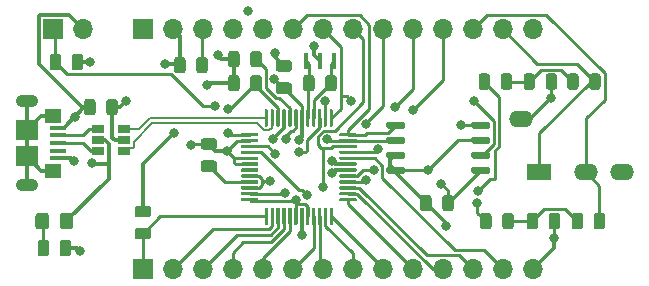
<source format=gbr>
%TF.GenerationSoftware,KiCad,Pcbnew,(5.1.6)-1*%
%TF.CreationDate,2020-10-29T00:16:48-05:00*%
%TF.ProjectId,VS1000BreakoutV2,56533130-3030-4427-9265-616b6f757456,rev?*%
%TF.SameCoordinates,Original*%
%TF.FileFunction,Copper,L1,Top*%
%TF.FilePolarity,Positive*%
%FSLAX46Y46*%
G04 Gerber Fmt 4.6, Leading zero omitted, Abs format (unit mm)*
G04 Created by KiCad (PCBNEW (5.1.6)-1) date 2020-10-29 00:16:48*
%MOMM*%
%LPD*%
G01*
G04 APERTURE LIST*
%TA.AperFunction,ComponentPad*%
%ADD10O,1.700000X1.700000*%
%TD*%
%TA.AperFunction,ComponentPad*%
%ADD11R,1.700000X1.700000*%
%TD*%
%TA.AperFunction,SMDPad,CuDef*%
%ADD12R,0.400000X1.400000*%
%TD*%
%TA.AperFunction,SMDPad,CuDef*%
%ADD13R,1.060000X0.650000*%
%TD*%
%TA.AperFunction,ComponentPad*%
%ADD14O,2.000000X1.400000*%
%TD*%
%TA.AperFunction,ComponentPad*%
%ADD15R,2.000000X1.400000*%
%TD*%
%TA.AperFunction,SMDPad,CuDef*%
%ADD16R,1.450000X1.150000*%
%TD*%
%TA.AperFunction,ComponentPad*%
%ADD17O,1.900000X1.050000*%
%TD*%
%TA.AperFunction,SMDPad,CuDef*%
%ADD18R,1.900000X1.750000*%
%TD*%
%TA.AperFunction,SMDPad,CuDef*%
%ADD19R,1.400000X0.400000*%
%TD*%
%TA.AperFunction,ViaPad*%
%ADD20C,0.800000*%
%TD*%
%TA.AperFunction,Conductor*%
%ADD21C,0.250000*%
%TD*%
%TA.AperFunction,Conductor*%
%ADD22C,0.300000*%
%TD*%
%TA.AperFunction,Conductor*%
%ADD23C,0.200000*%
%TD*%
G04 APERTURE END LIST*
D10*
%TO.P,J2,14*%
%TO.N,GND*%
X129540000Y-127000000D03*
%TO.P,J2,13*%
%TO.N,GPIO_11*%
X127000000Y-127000000D03*
%TO.P,J2,12*%
%TO.N,GPIO_10*%
X124460000Y-127000000D03*
%TO.P,J2,11*%
%TO.N,GPIO_9*%
X121920000Y-127000000D03*
%TO.P,J2,10*%
%TO.N,GPIO_8*%
X119380000Y-127000000D03*
%TO.P,J2,9*%
%TO.N,GPIO_7*%
X116840000Y-127000000D03*
%TO.P,J2,8*%
%TO.N,GPIO_6*%
X114300000Y-127000000D03*
%TO.P,J2,7*%
%TO.N,GPIO_5*%
X111760000Y-127000000D03*
%TO.P,J2,6*%
%TO.N,GPIO_4*%
X109220000Y-127000000D03*
%TO.P,J2,5*%
%TO.N,GPIO_3*%
X106680000Y-127000000D03*
%TO.P,J2,4*%
%TO.N,GPIO_2*%
X104140000Y-127000000D03*
%TO.P,J2,3*%
%TO.N,GPIO_1*%
X101600000Y-127000000D03*
%TO.P,J2,2*%
%TO.N,GPIO_0*%
X99060000Y-127000000D03*
D11*
%TO.P,J2,1*%
%TO.N,RESET*%
X96520000Y-127000000D03*
%TD*%
D10*
%TO.P,J4,14*%
%TO.N,GND*%
X129540000Y-106680000D03*
%TO.P,J4,13*%
%TO.N,L_AC*%
X127000000Y-106680000D03*
%TO.P,J4,12*%
%TO.N,R_AC*%
X124460000Y-106680000D03*
%TO.P,J4,11*%
%TO.N,GPIO_14*%
X121920000Y-106680000D03*
%TO.P,J4,10*%
%TO.N,GPIO_13*%
X119380000Y-106680000D03*
%TO.P,J4,9*%
%TO.N,GPIO_12*%
X116840000Y-106680000D03*
%TO.P,J4,8*%
%TO.N,CS*%
X114300000Y-106680000D03*
%TO.P,J4,7*%
%TO.N,MISO*%
X111760000Y-106680000D03*
%TO.P,J4,6*%
%TO.N,MOSI*%
X109220000Y-106680000D03*
%TO.P,J4,5*%
%TO.N,SCK*%
X106680000Y-106680000D03*
%TO.P,J4,4*%
%TO.N,TX*%
X104140000Y-106680000D03*
%TO.P,J4,3*%
%TO.N,RX*%
X101600000Y-106680000D03*
%TO.P,J4,2*%
%TO.N,VDD*%
X99060000Y-106680000D03*
D11*
%TO.P,J4,1*%
%TO.N,+5V*%
X96520000Y-106680000D03*
%TD*%
D12*
%TO.P,Y1,3*%
%TO.N,Net-(R2-Pad1)*%
X110306000Y-109347000D03*
%TO.P,Y1,2*%
%TO.N,GND*%
X111506000Y-109347000D03*
%TO.P,Y1,1*%
%TO.N,Net-(R2-Pad2)*%
X112706000Y-109347000D03*
%TD*%
D13*
%TO.P,U2,5*%
%TO.N,+5V*%
X92753000Y-116078000D03*
%TO.P,U2,6*%
%TO.N,USB_CONN_D+*%
X92753000Y-117028000D03*
%TO.P,U2,4*%
%TO.N,USB_CONN_D-*%
X92753000Y-115128000D03*
%TO.P,U2,3*%
%TO.N,USB_D-*%
X94953000Y-115128000D03*
%TO.P,U2,2*%
%TO.N,GND*%
X94953000Y-116078000D03*
%TO.P,U2,1*%
%TO.N,USB_D+*%
X94953000Y-117028000D03*
%TD*%
%TO.P,U1,48*%
%TO.N,GND*%
%TA.AperFunction,SMDPad,CuDef*%
G36*
G01*
X106228000Y-121264000D02*
X104903000Y-121264000D01*
G75*
G02*
X104828000Y-121189000I0J75000D01*
G01*
X104828000Y-121039000D01*
G75*
G02*
X104903000Y-120964000I75000J0D01*
G01*
X106228000Y-120964000D01*
G75*
G02*
X106303000Y-121039000I0J-75000D01*
G01*
X106303000Y-121189000D01*
G75*
G02*
X106228000Y-121264000I-75000J0D01*
G01*
G37*
%TD.AperFunction*%
%TO.P,U1,47*%
%TO.N,LEFT*%
%TA.AperFunction,SMDPad,CuDef*%
G36*
G01*
X106228000Y-120764000D02*
X104903000Y-120764000D01*
G75*
G02*
X104828000Y-120689000I0J75000D01*
G01*
X104828000Y-120539000D01*
G75*
G02*
X104903000Y-120464000I75000J0D01*
G01*
X106228000Y-120464000D01*
G75*
G02*
X106303000Y-120539000I0J-75000D01*
G01*
X106303000Y-120689000D01*
G75*
G02*
X106228000Y-120764000I-75000J0D01*
G01*
G37*
%TD.AperFunction*%
%TO.P,U1,46*%
%TO.N,VDDA*%
%TA.AperFunction,SMDPad,CuDef*%
G36*
G01*
X106228000Y-120264000D02*
X104903000Y-120264000D01*
G75*
G02*
X104828000Y-120189000I0J75000D01*
G01*
X104828000Y-120039000D01*
G75*
G02*
X104903000Y-119964000I75000J0D01*
G01*
X106228000Y-119964000D01*
G75*
G02*
X106303000Y-120039000I0J-75000D01*
G01*
X106303000Y-120189000D01*
G75*
G02*
X106228000Y-120264000I-75000J0D01*
G01*
G37*
%TD.AperFunction*%
%TO.P,U1,45*%
%TO.N,Net-(C5-Pad2)*%
%TA.AperFunction,SMDPad,CuDef*%
G36*
G01*
X106228000Y-119764000D02*
X104903000Y-119764000D01*
G75*
G02*
X104828000Y-119689000I0J75000D01*
G01*
X104828000Y-119539000D01*
G75*
G02*
X104903000Y-119464000I75000J0D01*
G01*
X106228000Y-119464000D01*
G75*
G02*
X106303000Y-119539000I0J-75000D01*
G01*
X106303000Y-119689000D01*
G75*
G02*
X106228000Y-119764000I-75000J0D01*
G01*
G37*
%TD.AperFunction*%
%TO.P,U1,44*%
%TO.N,VDDA*%
%TA.AperFunction,SMDPad,CuDef*%
G36*
G01*
X106228000Y-119264000D02*
X104903000Y-119264000D01*
G75*
G02*
X104828000Y-119189000I0J75000D01*
G01*
X104828000Y-119039000D01*
G75*
G02*
X104903000Y-118964000I75000J0D01*
G01*
X106228000Y-118964000D01*
G75*
G02*
X106303000Y-119039000I0J-75000D01*
G01*
X106303000Y-119189000D01*
G75*
G02*
X106228000Y-119264000I-75000J0D01*
G01*
G37*
%TD.AperFunction*%
%TO.P,U1,43*%
%TO.N,Net-(U1-Pad43)*%
%TA.AperFunction,SMDPad,CuDef*%
G36*
G01*
X106228000Y-118764000D02*
X104903000Y-118764000D01*
G75*
G02*
X104828000Y-118689000I0J75000D01*
G01*
X104828000Y-118539000D01*
G75*
G02*
X104903000Y-118464000I75000J0D01*
G01*
X106228000Y-118464000D01*
G75*
G02*
X106303000Y-118539000I0J-75000D01*
G01*
X106303000Y-118689000D01*
G75*
G02*
X106228000Y-118764000I-75000J0D01*
G01*
G37*
%TD.AperFunction*%
%TO.P,U1,42*%
%TO.N,GND*%
%TA.AperFunction,SMDPad,CuDef*%
G36*
G01*
X106228000Y-118264000D02*
X104903000Y-118264000D01*
G75*
G02*
X104828000Y-118189000I0J75000D01*
G01*
X104828000Y-118039000D01*
G75*
G02*
X104903000Y-117964000I75000J0D01*
G01*
X106228000Y-117964000D01*
G75*
G02*
X106303000Y-118039000I0J-75000D01*
G01*
X106303000Y-118189000D01*
G75*
G02*
X106228000Y-118264000I-75000J0D01*
G01*
G37*
%TD.AperFunction*%
%TO.P,U1,41*%
%TA.AperFunction,SMDPad,CuDef*%
G36*
G01*
X106228000Y-117764000D02*
X104903000Y-117764000D01*
G75*
G02*
X104828000Y-117689000I0J75000D01*
G01*
X104828000Y-117539000D01*
G75*
G02*
X104903000Y-117464000I75000J0D01*
G01*
X106228000Y-117464000D01*
G75*
G02*
X106303000Y-117539000I0J-75000D01*
G01*
X106303000Y-117689000D01*
G75*
G02*
X106228000Y-117764000I-75000J0D01*
G01*
G37*
%TD.AperFunction*%
%TO.P,U1,40*%
%TO.N,RIGHT*%
%TA.AperFunction,SMDPad,CuDef*%
G36*
G01*
X106228000Y-117264000D02*
X104903000Y-117264000D01*
G75*
G02*
X104828000Y-117189000I0J75000D01*
G01*
X104828000Y-117039000D01*
G75*
G02*
X104903000Y-116964000I75000J0D01*
G01*
X106228000Y-116964000D01*
G75*
G02*
X106303000Y-117039000I0J-75000D01*
G01*
X106303000Y-117189000D01*
G75*
G02*
X106228000Y-117264000I-75000J0D01*
G01*
G37*
%TD.AperFunction*%
%TO.P,U1,39*%
%TO.N,VDDA*%
%TA.AperFunction,SMDPad,CuDef*%
G36*
G01*
X106228000Y-116764000D02*
X104903000Y-116764000D01*
G75*
G02*
X104828000Y-116689000I0J75000D01*
G01*
X104828000Y-116539000D01*
G75*
G02*
X104903000Y-116464000I75000J0D01*
G01*
X106228000Y-116464000D01*
G75*
G02*
X106303000Y-116539000I0J-75000D01*
G01*
X106303000Y-116689000D01*
G75*
G02*
X106228000Y-116764000I-75000J0D01*
G01*
G37*
%TD.AperFunction*%
%TO.P,U1,38*%
%TO.N,GND*%
%TA.AperFunction,SMDPad,CuDef*%
G36*
G01*
X106228000Y-116264000D02*
X104903000Y-116264000D01*
G75*
G02*
X104828000Y-116189000I0J75000D01*
G01*
X104828000Y-116039000D01*
G75*
G02*
X104903000Y-115964000I75000J0D01*
G01*
X106228000Y-115964000D01*
G75*
G02*
X106303000Y-116039000I0J-75000D01*
G01*
X106303000Y-116189000D01*
G75*
G02*
X106228000Y-116264000I-75000J0D01*
G01*
G37*
%TD.AperFunction*%
%TO.P,U1,37*%
%TO.N,Net-(J1-Pad1)*%
%TA.AperFunction,SMDPad,CuDef*%
G36*
G01*
X106228000Y-115764000D02*
X104903000Y-115764000D01*
G75*
G02*
X104828000Y-115689000I0J75000D01*
G01*
X104828000Y-115539000D01*
G75*
G02*
X104903000Y-115464000I75000J0D01*
G01*
X106228000Y-115464000D01*
G75*
G02*
X106303000Y-115539000I0J-75000D01*
G01*
X106303000Y-115689000D01*
G75*
G02*
X106228000Y-115764000I-75000J0D01*
G01*
G37*
%TD.AperFunction*%
%TO.P,U1,36*%
%TO.N,USB_D-*%
%TA.AperFunction,SMDPad,CuDef*%
G36*
G01*
X107053000Y-114939000D02*
X106903000Y-114939000D01*
G75*
G02*
X106828000Y-114864000I0J75000D01*
G01*
X106828000Y-113539000D01*
G75*
G02*
X106903000Y-113464000I75000J0D01*
G01*
X107053000Y-113464000D01*
G75*
G02*
X107128000Y-113539000I0J-75000D01*
G01*
X107128000Y-114864000D01*
G75*
G02*
X107053000Y-114939000I-75000J0D01*
G01*
G37*
%TD.AperFunction*%
%TO.P,U1,35*%
%TO.N,USB_D+*%
%TA.AperFunction,SMDPad,CuDef*%
G36*
G01*
X107553000Y-114939000D02*
X107403000Y-114939000D01*
G75*
G02*
X107328000Y-114864000I0J75000D01*
G01*
X107328000Y-113539000D01*
G75*
G02*
X107403000Y-113464000I75000J0D01*
G01*
X107553000Y-113464000D01*
G75*
G02*
X107628000Y-113539000I0J-75000D01*
G01*
X107628000Y-114864000D01*
G75*
G02*
X107553000Y-114939000I-75000J0D01*
G01*
G37*
%TD.AperFunction*%
%TO.P,U1,34*%
%TO.N,VDDA*%
%TA.AperFunction,SMDPad,CuDef*%
G36*
G01*
X108053000Y-114939000D02*
X107903000Y-114939000D01*
G75*
G02*
X107828000Y-114864000I0J75000D01*
G01*
X107828000Y-113539000D01*
G75*
G02*
X107903000Y-113464000I75000J0D01*
G01*
X108053000Y-113464000D01*
G75*
G02*
X108128000Y-113539000I0J-75000D01*
G01*
X108128000Y-114864000D01*
G75*
G02*
X108053000Y-114939000I-75000J0D01*
G01*
G37*
%TD.AperFunction*%
%TO.P,U1,33*%
%TO.N,+5V*%
%TA.AperFunction,SMDPad,CuDef*%
G36*
G01*
X108553000Y-114939000D02*
X108403000Y-114939000D01*
G75*
G02*
X108328000Y-114864000I0J75000D01*
G01*
X108328000Y-113539000D01*
G75*
G02*
X108403000Y-113464000I75000J0D01*
G01*
X108553000Y-113464000D01*
G75*
G02*
X108628000Y-113539000I0J-75000D01*
G01*
X108628000Y-114864000D01*
G75*
G02*
X108553000Y-114939000I-75000J0D01*
G01*
G37*
%TD.AperFunction*%
%TO.P,U1,32*%
%TO.N,Net-(C4-Pad2)*%
%TA.AperFunction,SMDPad,CuDef*%
G36*
G01*
X109053000Y-114939000D02*
X108903000Y-114939000D01*
G75*
G02*
X108828000Y-114864000I0J75000D01*
G01*
X108828000Y-113539000D01*
G75*
G02*
X108903000Y-113464000I75000J0D01*
G01*
X109053000Y-113464000D01*
G75*
G02*
X109128000Y-113539000I0J-75000D01*
G01*
X109128000Y-114864000D01*
G75*
G02*
X109053000Y-114939000I-75000J0D01*
G01*
G37*
%TD.AperFunction*%
%TO.P,U1,31*%
%TO.N,GND*%
%TA.AperFunction,SMDPad,CuDef*%
G36*
G01*
X109553000Y-114939000D02*
X109403000Y-114939000D01*
G75*
G02*
X109328000Y-114864000I0J75000D01*
G01*
X109328000Y-113539000D01*
G75*
G02*
X109403000Y-113464000I75000J0D01*
G01*
X109553000Y-113464000D01*
G75*
G02*
X109628000Y-113539000I0J-75000D01*
G01*
X109628000Y-114864000D01*
G75*
G02*
X109553000Y-114939000I-75000J0D01*
G01*
G37*
%TD.AperFunction*%
%TO.P,U1,30*%
%TO.N,VDD*%
%TA.AperFunction,SMDPad,CuDef*%
G36*
G01*
X110053000Y-114939000D02*
X109903000Y-114939000D01*
G75*
G02*
X109828000Y-114864000I0J75000D01*
G01*
X109828000Y-113539000D01*
G75*
G02*
X109903000Y-113464000I75000J0D01*
G01*
X110053000Y-113464000D01*
G75*
G02*
X110128000Y-113539000I0J-75000D01*
G01*
X110128000Y-114864000D01*
G75*
G02*
X110053000Y-114939000I-75000J0D01*
G01*
G37*
%TD.AperFunction*%
%TO.P,U1,29*%
%TO.N,Net-(R2-Pad1)*%
%TA.AperFunction,SMDPad,CuDef*%
G36*
G01*
X110553000Y-114939000D02*
X110403000Y-114939000D01*
G75*
G02*
X110328000Y-114864000I0J75000D01*
G01*
X110328000Y-113539000D01*
G75*
G02*
X110403000Y-113464000I75000J0D01*
G01*
X110553000Y-113464000D01*
G75*
G02*
X110628000Y-113539000I0J-75000D01*
G01*
X110628000Y-114864000D01*
G75*
G02*
X110553000Y-114939000I-75000J0D01*
G01*
G37*
%TD.AperFunction*%
%TO.P,U1,28*%
%TO.N,Net-(R2-Pad2)*%
%TA.AperFunction,SMDPad,CuDef*%
G36*
G01*
X111053000Y-114939000D02*
X110903000Y-114939000D01*
G75*
G02*
X110828000Y-114864000I0J75000D01*
G01*
X110828000Y-113539000D01*
G75*
G02*
X110903000Y-113464000I75000J0D01*
G01*
X111053000Y-113464000D01*
G75*
G02*
X111128000Y-113539000I0J-75000D01*
G01*
X111128000Y-114864000D01*
G75*
G02*
X111053000Y-114939000I-75000J0D01*
G01*
G37*
%TD.AperFunction*%
%TO.P,U1,27*%
%TO.N,RX*%
%TA.AperFunction,SMDPad,CuDef*%
G36*
G01*
X111553000Y-114939000D02*
X111403000Y-114939000D01*
G75*
G02*
X111328000Y-114864000I0J75000D01*
G01*
X111328000Y-113539000D01*
G75*
G02*
X111403000Y-113464000I75000J0D01*
G01*
X111553000Y-113464000D01*
G75*
G02*
X111628000Y-113539000I0J-75000D01*
G01*
X111628000Y-114864000D01*
G75*
G02*
X111553000Y-114939000I-75000J0D01*
G01*
G37*
%TD.AperFunction*%
%TO.P,U1,26*%
%TO.N,TX*%
%TA.AperFunction,SMDPad,CuDef*%
G36*
G01*
X112053000Y-114939000D02*
X111903000Y-114939000D01*
G75*
G02*
X111828000Y-114864000I0J75000D01*
G01*
X111828000Y-113539000D01*
G75*
G02*
X111903000Y-113464000I75000J0D01*
G01*
X112053000Y-113464000D01*
G75*
G02*
X112128000Y-113539000I0J-75000D01*
G01*
X112128000Y-114864000D01*
G75*
G02*
X112053000Y-114939000I-75000J0D01*
G01*
G37*
%TD.AperFunction*%
%TO.P,U1,25*%
%TO.N,MISO*%
%TA.AperFunction,SMDPad,CuDef*%
G36*
G01*
X112553000Y-114939000D02*
X112403000Y-114939000D01*
G75*
G02*
X112328000Y-114864000I0J75000D01*
G01*
X112328000Y-113539000D01*
G75*
G02*
X112403000Y-113464000I75000J0D01*
G01*
X112553000Y-113464000D01*
G75*
G02*
X112628000Y-113539000I0J-75000D01*
G01*
X112628000Y-114864000D01*
G75*
G02*
X112553000Y-114939000I-75000J0D01*
G01*
G37*
%TD.AperFunction*%
%TO.P,U1,24*%
%TO.N,MOSI*%
%TA.AperFunction,SMDPad,CuDef*%
G36*
G01*
X114553000Y-115764000D02*
X113228000Y-115764000D01*
G75*
G02*
X113153000Y-115689000I0J75000D01*
G01*
X113153000Y-115539000D01*
G75*
G02*
X113228000Y-115464000I75000J0D01*
G01*
X114553000Y-115464000D01*
G75*
G02*
X114628000Y-115539000I0J-75000D01*
G01*
X114628000Y-115689000D01*
G75*
G02*
X114553000Y-115764000I-75000J0D01*
G01*
G37*
%TD.AperFunction*%
%TO.P,U1,23*%
%TO.N,SCK*%
%TA.AperFunction,SMDPad,CuDef*%
G36*
G01*
X114553000Y-116264000D02*
X113228000Y-116264000D01*
G75*
G02*
X113153000Y-116189000I0J75000D01*
G01*
X113153000Y-116039000D01*
G75*
G02*
X113228000Y-115964000I75000J0D01*
G01*
X114553000Y-115964000D01*
G75*
G02*
X114628000Y-116039000I0J-75000D01*
G01*
X114628000Y-116189000D01*
G75*
G02*
X114553000Y-116264000I-75000J0D01*
G01*
G37*
%TD.AperFunction*%
%TO.P,U1,22*%
%TO.N,CS*%
%TA.AperFunction,SMDPad,CuDef*%
G36*
G01*
X114553000Y-116764000D02*
X113228000Y-116764000D01*
G75*
G02*
X113153000Y-116689000I0J75000D01*
G01*
X113153000Y-116539000D01*
G75*
G02*
X113228000Y-116464000I75000J0D01*
G01*
X114553000Y-116464000D01*
G75*
G02*
X114628000Y-116539000I0J-75000D01*
G01*
X114628000Y-116689000D01*
G75*
G02*
X114553000Y-116764000I-75000J0D01*
G01*
G37*
%TD.AperFunction*%
%TO.P,U1,21*%
%TO.N,GPIO_14*%
%TA.AperFunction,SMDPad,CuDef*%
G36*
G01*
X114553000Y-117264000D02*
X113228000Y-117264000D01*
G75*
G02*
X113153000Y-117189000I0J75000D01*
G01*
X113153000Y-117039000D01*
G75*
G02*
X113228000Y-116964000I75000J0D01*
G01*
X114553000Y-116964000D01*
G75*
G02*
X114628000Y-117039000I0J-75000D01*
G01*
X114628000Y-117189000D01*
G75*
G02*
X114553000Y-117264000I-75000J0D01*
G01*
G37*
%TD.AperFunction*%
%TO.P,U1,20*%
%TO.N,GPIO_11*%
%TA.AperFunction,SMDPad,CuDef*%
G36*
G01*
X114553000Y-117764000D02*
X113228000Y-117764000D01*
G75*
G02*
X113153000Y-117689000I0J75000D01*
G01*
X113153000Y-117539000D01*
G75*
G02*
X113228000Y-117464000I75000J0D01*
G01*
X114553000Y-117464000D01*
G75*
G02*
X114628000Y-117539000I0J-75000D01*
G01*
X114628000Y-117689000D01*
G75*
G02*
X114553000Y-117764000I-75000J0D01*
G01*
G37*
%TD.AperFunction*%
%TO.P,U1,19*%
%TO.N,VDD*%
%TA.AperFunction,SMDPad,CuDef*%
G36*
G01*
X114553000Y-118264000D02*
X113228000Y-118264000D01*
G75*
G02*
X113153000Y-118189000I0J75000D01*
G01*
X113153000Y-118039000D01*
G75*
G02*
X113228000Y-117964000I75000J0D01*
G01*
X114553000Y-117964000D01*
G75*
G02*
X114628000Y-118039000I0J-75000D01*
G01*
X114628000Y-118189000D01*
G75*
G02*
X114553000Y-118264000I-75000J0D01*
G01*
G37*
%TD.AperFunction*%
%TO.P,U1,18*%
%TO.N,GND*%
%TA.AperFunction,SMDPad,CuDef*%
G36*
G01*
X114553000Y-118764000D02*
X113228000Y-118764000D01*
G75*
G02*
X113153000Y-118689000I0J75000D01*
G01*
X113153000Y-118539000D01*
G75*
G02*
X113228000Y-118464000I75000J0D01*
G01*
X114553000Y-118464000D01*
G75*
G02*
X114628000Y-118539000I0J-75000D01*
G01*
X114628000Y-118689000D01*
G75*
G02*
X114553000Y-118764000I-75000J0D01*
G01*
G37*
%TD.AperFunction*%
%TO.P,U1,17*%
%TO.N,GPIO_13*%
%TA.AperFunction,SMDPad,CuDef*%
G36*
G01*
X114553000Y-119264000D02*
X113228000Y-119264000D01*
G75*
G02*
X113153000Y-119189000I0J75000D01*
G01*
X113153000Y-119039000D01*
G75*
G02*
X113228000Y-118964000I75000J0D01*
G01*
X114553000Y-118964000D01*
G75*
G02*
X114628000Y-119039000I0J-75000D01*
G01*
X114628000Y-119189000D01*
G75*
G02*
X114553000Y-119264000I-75000J0D01*
G01*
G37*
%TD.AperFunction*%
%TO.P,U1,16*%
%TO.N,GPIO_12*%
%TA.AperFunction,SMDPad,CuDef*%
G36*
G01*
X114553000Y-119764000D02*
X113228000Y-119764000D01*
G75*
G02*
X113153000Y-119689000I0J75000D01*
G01*
X113153000Y-119539000D01*
G75*
G02*
X113228000Y-119464000I75000J0D01*
G01*
X114553000Y-119464000D01*
G75*
G02*
X114628000Y-119539000I0J-75000D01*
G01*
X114628000Y-119689000D01*
G75*
G02*
X114553000Y-119764000I-75000J0D01*
G01*
G37*
%TD.AperFunction*%
%TO.P,U1,15*%
%TO.N,GPIO_10*%
%TA.AperFunction,SMDPad,CuDef*%
G36*
G01*
X114553000Y-120264000D02*
X113228000Y-120264000D01*
G75*
G02*
X113153000Y-120189000I0J75000D01*
G01*
X113153000Y-120039000D01*
G75*
G02*
X113228000Y-119964000I75000J0D01*
G01*
X114553000Y-119964000D01*
G75*
G02*
X114628000Y-120039000I0J-75000D01*
G01*
X114628000Y-120189000D01*
G75*
G02*
X114553000Y-120264000I-75000J0D01*
G01*
G37*
%TD.AperFunction*%
%TO.P,U1,14*%
%TO.N,GPIO_9*%
%TA.AperFunction,SMDPad,CuDef*%
G36*
G01*
X114553000Y-120764000D02*
X113228000Y-120764000D01*
G75*
G02*
X113153000Y-120689000I0J75000D01*
G01*
X113153000Y-120539000D01*
G75*
G02*
X113228000Y-120464000I75000J0D01*
G01*
X114553000Y-120464000D01*
G75*
G02*
X114628000Y-120539000I0J-75000D01*
G01*
X114628000Y-120689000D01*
G75*
G02*
X114553000Y-120764000I-75000J0D01*
G01*
G37*
%TD.AperFunction*%
%TO.P,U1,13*%
%TO.N,GPIO_8*%
%TA.AperFunction,SMDPad,CuDef*%
G36*
G01*
X114553000Y-121264000D02*
X113228000Y-121264000D01*
G75*
G02*
X113153000Y-121189000I0J75000D01*
G01*
X113153000Y-121039000D01*
G75*
G02*
X113228000Y-120964000I75000J0D01*
G01*
X114553000Y-120964000D01*
G75*
G02*
X114628000Y-121039000I0J-75000D01*
G01*
X114628000Y-121189000D01*
G75*
G02*
X114553000Y-121264000I-75000J0D01*
G01*
G37*
%TD.AperFunction*%
%TO.P,U1,12*%
%TO.N,GPIO_7*%
%TA.AperFunction,SMDPad,CuDef*%
G36*
G01*
X112553000Y-123264000D02*
X112403000Y-123264000D01*
G75*
G02*
X112328000Y-123189000I0J75000D01*
G01*
X112328000Y-121864000D01*
G75*
G02*
X112403000Y-121789000I75000J0D01*
G01*
X112553000Y-121789000D01*
G75*
G02*
X112628000Y-121864000I0J-75000D01*
G01*
X112628000Y-123189000D01*
G75*
G02*
X112553000Y-123264000I-75000J0D01*
G01*
G37*
%TD.AperFunction*%
%TO.P,U1,11*%
%TO.N,GPIO_6*%
%TA.AperFunction,SMDPad,CuDef*%
G36*
G01*
X112053000Y-123264000D02*
X111903000Y-123264000D01*
G75*
G02*
X111828000Y-123189000I0J75000D01*
G01*
X111828000Y-121864000D01*
G75*
G02*
X111903000Y-121789000I75000J0D01*
G01*
X112053000Y-121789000D01*
G75*
G02*
X112128000Y-121864000I0J-75000D01*
G01*
X112128000Y-123189000D01*
G75*
G02*
X112053000Y-123264000I-75000J0D01*
G01*
G37*
%TD.AperFunction*%
%TO.P,U1,10*%
%TO.N,GPIO_5*%
%TA.AperFunction,SMDPad,CuDef*%
G36*
G01*
X111553000Y-123264000D02*
X111403000Y-123264000D01*
G75*
G02*
X111328000Y-123189000I0J75000D01*
G01*
X111328000Y-121864000D01*
G75*
G02*
X111403000Y-121789000I75000J0D01*
G01*
X111553000Y-121789000D01*
G75*
G02*
X111628000Y-121864000I0J-75000D01*
G01*
X111628000Y-123189000D01*
G75*
G02*
X111553000Y-123264000I-75000J0D01*
G01*
G37*
%TD.AperFunction*%
%TO.P,U1,9*%
%TO.N,GPIO_4*%
%TA.AperFunction,SMDPad,CuDef*%
G36*
G01*
X111053000Y-123264000D02*
X110903000Y-123264000D01*
G75*
G02*
X110828000Y-123189000I0J75000D01*
G01*
X110828000Y-121864000D01*
G75*
G02*
X110903000Y-121789000I75000J0D01*
G01*
X111053000Y-121789000D01*
G75*
G02*
X111128000Y-121864000I0J-75000D01*
G01*
X111128000Y-123189000D01*
G75*
G02*
X111053000Y-123264000I-75000J0D01*
G01*
G37*
%TD.AperFunction*%
%TO.P,U1,8*%
%TO.N,GND*%
%TA.AperFunction,SMDPad,CuDef*%
G36*
G01*
X110553000Y-123264000D02*
X110403000Y-123264000D01*
G75*
G02*
X110328000Y-123189000I0J75000D01*
G01*
X110328000Y-121864000D01*
G75*
G02*
X110403000Y-121789000I75000J0D01*
G01*
X110553000Y-121789000D01*
G75*
G02*
X110628000Y-121864000I0J-75000D01*
G01*
X110628000Y-123189000D01*
G75*
G02*
X110553000Y-123264000I-75000J0D01*
G01*
G37*
%TD.AperFunction*%
%TO.P,U1,7*%
%TO.N,VDD*%
%TA.AperFunction,SMDPad,CuDef*%
G36*
G01*
X110053000Y-123264000D02*
X109903000Y-123264000D01*
G75*
G02*
X109828000Y-123189000I0J75000D01*
G01*
X109828000Y-121864000D01*
G75*
G02*
X109903000Y-121789000I75000J0D01*
G01*
X110053000Y-121789000D01*
G75*
G02*
X110128000Y-121864000I0J-75000D01*
G01*
X110128000Y-123189000D01*
G75*
G02*
X110053000Y-123264000I-75000J0D01*
G01*
G37*
%TD.AperFunction*%
%TO.P,U1,6*%
%TO.N,GND*%
%TA.AperFunction,SMDPad,CuDef*%
G36*
G01*
X109553000Y-123264000D02*
X109403000Y-123264000D01*
G75*
G02*
X109328000Y-123189000I0J75000D01*
G01*
X109328000Y-121864000D01*
G75*
G02*
X109403000Y-121789000I75000J0D01*
G01*
X109553000Y-121789000D01*
G75*
G02*
X109628000Y-121864000I0J-75000D01*
G01*
X109628000Y-123189000D01*
G75*
G02*
X109553000Y-123264000I-75000J0D01*
G01*
G37*
%TD.AperFunction*%
%TO.P,U1,5*%
%TO.N,GPIO_3*%
%TA.AperFunction,SMDPad,CuDef*%
G36*
G01*
X109053000Y-123264000D02*
X108903000Y-123264000D01*
G75*
G02*
X108828000Y-123189000I0J75000D01*
G01*
X108828000Y-121864000D01*
G75*
G02*
X108903000Y-121789000I75000J0D01*
G01*
X109053000Y-121789000D01*
G75*
G02*
X109128000Y-121864000I0J-75000D01*
G01*
X109128000Y-123189000D01*
G75*
G02*
X109053000Y-123264000I-75000J0D01*
G01*
G37*
%TD.AperFunction*%
%TO.P,U1,4*%
%TO.N,GPIO_2*%
%TA.AperFunction,SMDPad,CuDef*%
G36*
G01*
X108553000Y-123264000D02*
X108403000Y-123264000D01*
G75*
G02*
X108328000Y-123189000I0J75000D01*
G01*
X108328000Y-121864000D01*
G75*
G02*
X108403000Y-121789000I75000J0D01*
G01*
X108553000Y-121789000D01*
G75*
G02*
X108628000Y-121864000I0J-75000D01*
G01*
X108628000Y-123189000D01*
G75*
G02*
X108553000Y-123264000I-75000J0D01*
G01*
G37*
%TD.AperFunction*%
%TO.P,U1,3*%
%TO.N,GPIO_1*%
%TA.AperFunction,SMDPad,CuDef*%
G36*
G01*
X108053000Y-123264000D02*
X107903000Y-123264000D01*
G75*
G02*
X107828000Y-123189000I0J75000D01*
G01*
X107828000Y-121864000D01*
G75*
G02*
X107903000Y-121789000I75000J0D01*
G01*
X108053000Y-121789000D01*
G75*
G02*
X108128000Y-121864000I0J-75000D01*
G01*
X108128000Y-123189000D01*
G75*
G02*
X108053000Y-123264000I-75000J0D01*
G01*
G37*
%TD.AperFunction*%
%TO.P,U1,2*%
%TO.N,GPIO_0*%
%TA.AperFunction,SMDPad,CuDef*%
G36*
G01*
X107553000Y-123264000D02*
X107403000Y-123264000D01*
G75*
G02*
X107328000Y-123189000I0J75000D01*
G01*
X107328000Y-121864000D01*
G75*
G02*
X107403000Y-121789000I75000J0D01*
G01*
X107553000Y-121789000D01*
G75*
G02*
X107628000Y-121864000I0J-75000D01*
G01*
X107628000Y-123189000D01*
G75*
G02*
X107553000Y-123264000I-75000J0D01*
G01*
G37*
%TD.AperFunction*%
%TO.P,U1,1*%
%TO.N,RESET*%
%TA.AperFunction,SMDPad,CuDef*%
G36*
G01*
X107053000Y-123264000D02*
X106903000Y-123264000D01*
G75*
G02*
X106828000Y-123189000I0J75000D01*
G01*
X106828000Y-121864000D01*
G75*
G02*
X106903000Y-121789000I75000J0D01*
G01*
X107053000Y-121789000D01*
G75*
G02*
X107128000Y-121864000I0J-75000D01*
G01*
X107128000Y-123189000D01*
G75*
G02*
X107053000Y-123264000I-75000J0D01*
G01*
G37*
%TD.AperFunction*%
%TD*%
%TO.P,R7,2*%
%TO.N,CS*%
%TA.AperFunction,SMDPad,CuDef*%
G36*
G01*
X121862000Y-121868250D02*
X121862000Y-120955750D01*
G75*
G02*
X122105750Y-120712000I243750J0D01*
G01*
X122593250Y-120712000D01*
G75*
G02*
X122837000Y-120955750I0J-243750D01*
G01*
X122837000Y-121868250D01*
G75*
G02*
X122593250Y-122112000I-243750J0D01*
G01*
X122105750Y-122112000D01*
G75*
G02*
X121862000Y-121868250I0J243750D01*
G01*
G37*
%TD.AperFunction*%
%TO.P,R7,1*%
%TO.N,VDD*%
%TA.AperFunction,SMDPad,CuDef*%
G36*
G01*
X119987000Y-121868250D02*
X119987000Y-120955750D01*
G75*
G02*
X120230750Y-120712000I243750J0D01*
G01*
X120718250Y-120712000D01*
G75*
G02*
X120962000Y-120955750I0J-243750D01*
G01*
X120962000Y-121868250D01*
G75*
G02*
X120718250Y-122112000I-243750J0D01*
G01*
X120230750Y-122112000D01*
G75*
G02*
X119987000Y-121868250I0J243750D01*
G01*
G37*
%TD.AperFunction*%
%TD*%
%TO.P,R6,2*%
%TO.N,RIGHT*%
%TA.AperFunction,SMDPad,CuDef*%
G36*
G01*
X126042000Y-122479750D02*
X126042000Y-123392250D01*
G75*
G02*
X125798250Y-123636000I-243750J0D01*
G01*
X125310750Y-123636000D01*
G75*
G02*
X125067000Y-123392250I0J243750D01*
G01*
X125067000Y-122479750D01*
G75*
G02*
X125310750Y-122236000I243750J0D01*
G01*
X125798250Y-122236000D01*
G75*
G02*
X126042000Y-122479750I0J-243750D01*
G01*
G37*
%TD.AperFunction*%
%TO.P,R6,1*%
%TO.N,Net-(C7-Pad1)*%
%TA.AperFunction,SMDPad,CuDef*%
G36*
G01*
X127917000Y-122479750D02*
X127917000Y-123392250D01*
G75*
G02*
X127673250Y-123636000I-243750J0D01*
G01*
X127185750Y-123636000D01*
G75*
G02*
X126942000Y-123392250I0J243750D01*
G01*
X126942000Y-122479750D01*
G75*
G02*
X127185750Y-122236000I243750J0D01*
G01*
X127673250Y-122236000D01*
G75*
G02*
X127917000Y-122479750I0J-243750D01*
G01*
G37*
%TD.AperFunction*%
%TD*%
%TO.P,R5,2*%
%TO.N,LEFT*%
%TA.AperFunction,SMDPad,CuDef*%
G36*
G01*
X125915000Y-110668750D02*
X125915000Y-111581250D01*
G75*
G02*
X125671250Y-111825000I-243750J0D01*
G01*
X125183750Y-111825000D01*
G75*
G02*
X124940000Y-111581250I0J243750D01*
G01*
X124940000Y-110668750D01*
G75*
G02*
X125183750Y-110425000I243750J0D01*
G01*
X125671250Y-110425000D01*
G75*
G02*
X125915000Y-110668750I0J-243750D01*
G01*
G37*
%TD.AperFunction*%
%TO.P,R5,1*%
%TO.N,Net-(C6-Pad1)*%
%TA.AperFunction,SMDPad,CuDef*%
G36*
G01*
X127790000Y-110668750D02*
X127790000Y-111581250D01*
G75*
G02*
X127546250Y-111825000I-243750J0D01*
G01*
X127058750Y-111825000D01*
G75*
G02*
X126815000Y-111581250I0J243750D01*
G01*
X126815000Y-110668750D01*
G75*
G02*
X127058750Y-110425000I243750J0D01*
G01*
X127546250Y-110425000D01*
G75*
G02*
X127790000Y-110668750I0J-243750D01*
G01*
G37*
%TD.AperFunction*%
%TD*%
%TO.P,R4,2*%
%TO.N,VDD*%
%TA.AperFunction,SMDPad,CuDef*%
G36*
G01*
X100134000Y-109271750D02*
X100134000Y-110184250D01*
G75*
G02*
X99890250Y-110428000I-243750J0D01*
G01*
X99402750Y-110428000D01*
G75*
G02*
X99159000Y-110184250I0J243750D01*
G01*
X99159000Y-109271750D01*
G75*
G02*
X99402750Y-109028000I243750J0D01*
G01*
X99890250Y-109028000D01*
G75*
G02*
X100134000Y-109271750I0J-243750D01*
G01*
G37*
%TD.AperFunction*%
%TO.P,R4,1*%
%TO.N,RX*%
%TA.AperFunction,SMDPad,CuDef*%
G36*
G01*
X102009000Y-109271750D02*
X102009000Y-110184250D01*
G75*
G02*
X101765250Y-110428000I-243750J0D01*
G01*
X101277750Y-110428000D01*
G75*
G02*
X101034000Y-110184250I0J243750D01*
G01*
X101034000Y-109271750D01*
G75*
G02*
X101277750Y-109028000I243750J0D01*
G01*
X101765250Y-109028000D01*
G75*
G02*
X102009000Y-109271750I0J-243750D01*
G01*
G37*
%TD.AperFunction*%
%TD*%
%TO.P,R3,2*%
%TO.N,GND*%
%TA.AperFunction,SMDPad,CuDef*%
G36*
G01*
X90493000Y-109930250D02*
X90493000Y-109017750D01*
G75*
G02*
X90736750Y-108774000I243750J0D01*
G01*
X91224250Y-108774000D01*
G75*
G02*
X91468000Y-109017750I0J-243750D01*
G01*
X91468000Y-109930250D01*
G75*
G02*
X91224250Y-110174000I-243750J0D01*
G01*
X90736750Y-110174000D01*
G75*
G02*
X90493000Y-109930250I0J243750D01*
G01*
G37*
%TD.AperFunction*%
%TO.P,R3,1*%
%TO.N,Net-(J1-Pad1)*%
%TA.AperFunction,SMDPad,CuDef*%
G36*
G01*
X88618000Y-109930250D02*
X88618000Y-109017750D01*
G75*
G02*
X88861750Y-108774000I243750J0D01*
G01*
X89349250Y-108774000D01*
G75*
G02*
X89593000Y-109017750I0J-243750D01*
G01*
X89593000Y-109930250D01*
G75*
G02*
X89349250Y-110174000I-243750J0D01*
G01*
X88861750Y-110174000D01*
G75*
G02*
X88618000Y-109930250I0J243750D01*
G01*
G37*
%TD.AperFunction*%
%TD*%
%TO.P,R2,2*%
%TO.N,Net-(R2-Pad2)*%
%TA.AperFunction,SMDPad,CuDef*%
G36*
G01*
X111956000Y-111708250D02*
X111956000Y-110795750D01*
G75*
G02*
X112199750Y-110552000I243750J0D01*
G01*
X112687250Y-110552000D01*
G75*
G02*
X112931000Y-110795750I0J-243750D01*
G01*
X112931000Y-111708250D01*
G75*
G02*
X112687250Y-111952000I-243750J0D01*
G01*
X112199750Y-111952000D01*
G75*
G02*
X111956000Y-111708250I0J243750D01*
G01*
G37*
%TD.AperFunction*%
%TO.P,R2,1*%
%TO.N,Net-(R2-Pad1)*%
%TA.AperFunction,SMDPad,CuDef*%
G36*
G01*
X110081000Y-111708250D02*
X110081000Y-110795750D01*
G75*
G02*
X110324750Y-110552000I243750J0D01*
G01*
X110812250Y-110552000D01*
G75*
G02*
X111056000Y-110795750I0J-243750D01*
G01*
X111056000Y-111708250D01*
G75*
G02*
X110812250Y-111952000I-243750J0D01*
G01*
X110324750Y-111952000D01*
G75*
G02*
X110081000Y-111708250I0J243750D01*
G01*
G37*
%TD.AperFunction*%
%TD*%
%TO.P,R1,2*%
%TO.N,VDD*%
%TA.AperFunction,SMDPad,CuDef*%
G36*
G01*
X96976250Y-122613000D02*
X96063750Y-122613000D01*
G75*
G02*
X95820000Y-122369250I0J243750D01*
G01*
X95820000Y-121881750D01*
G75*
G02*
X96063750Y-121638000I243750J0D01*
G01*
X96976250Y-121638000D01*
G75*
G02*
X97220000Y-121881750I0J-243750D01*
G01*
X97220000Y-122369250D01*
G75*
G02*
X96976250Y-122613000I-243750J0D01*
G01*
G37*
%TD.AperFunction*%
%TO.P,R1,1*%
%TO.N,RESET*%
%TA.AperFunction,SMDPad,CuDef*%
G36*
G01*
X96976250Y-124488000D02*
X96063750Y-124488000D01*
G75*
G02*
X95820000Y-124244250I0J243750D01*
G01*
X95820000Y-123756750D01*
G75*
G02*
X96063750Y-123513000I243750J0D01*
G01*
X96976250Y-123513000D01*
G75*
G02*
X97220000Y-123756750I0J-243750D01*
G01*
X97220000Y-124244250D01*
G75*
G02*
X96976250Y-124488000I-243750J0D01*
G01*
G37*
%TD.AperFunction*%
%TD*%
D14*
%TO.P,J5,S*%
%TO.N,GND*%
X128548000Y-114300000D03*
D15*
%TO.P,J5,T*%
%TO.N,L_AC*%
X130048000Y-118800000D03*
D14*
%TO.P,J5,R1*%
%TO.N,R_AC*%
X134048000Y-118800000D03*
%TO.P,J5,R2*%
%TO.N,Net-(J5-PadR2)*%
X137048000Y-118800000D03*
%TD*%
D16*
%TO.P,J3,6*%
%TO.N,Net-(J3-Pad6)*%
X88914000Y-114012000D03*
X88914000Y-118652000D03*
D17*
X86684000Y-119907000D03*
X86684000Y-112757000D03*
D18*
X86684000Y-115207000D03*
D19*
%TO.P,J3,3*%
%TO.N,USB_CONN_D+*%
X89334000Y-116332000D03*
%TO.P,J3,4*%
%TO.N,Net-(J3-Pad4)*%
X89334000Y-116982000D03*
%TO.P,J3,5*%
%TO.N,GND*%
X89334000Y-117632000D03*
%TO.P,J3,1*%
%TO.N,+5V*%
X89334000Y-115032000D03*
%TO.P,J3,2*%
%TO.N,USB_CONN_D-*%
X89334000Y-115682000D03*
D18*
%TO.P,J3,6*%
%TO.N,Net-(J3-Pad6)*%
X86684000Y-117457000D03*
%TD*%
D10*
%TO.P,J1,2*%
%TO.N,+5V*%
X91440000Y-106680000D03*
D11*
%TO.P,J1,1*%
%TO.N,Net-(J1-Pad1)*%
X88900000Y-106680000D03*
%TD*%
%TO.P,D1,2*%
%TO.N,+5V*%
%TA.AperFunction,SMDPad,CuDef*%
G36*
G01*
X89477000Y-123386001D02*
X89477000Y-122485999D01*
G75*
G02*
X89726999Y-122236000I249999J0D01*
G01*
X90377001Y-122236000D01*
G75*
G02*
X90627000Y-122485999I0J-249999D01*
G01*
X90627000Y-123386001D01*
G75*
G02*
X90377001Y-123636000I-249999J0D01*
G01*
X89726999Y-123636000D01*
G75*
G02*
X89477000Y-123386001I0J249999D01*
G01*
G37*
%TD.AperFunction*%
%TO.P,D1,1*%
%TO.N,Net-(D1-Pad1)*%
%TA.AperFunction,SMDPad,CuDef*%
G36*
G01*
X87427000Y-123386001D02*
X87427000Y-122485999D01*
G75*
G02*
X87676999Y-122236000I249999J0D01*
G01*
X88327001Y-122236000D01*
G75*
G02*
X88577000Y-122485999I0J-249999D01*
G01*
X88577000Y-123386001D01*
G75*
G02*
X88327001Y-123636000I-249999J0D01*
G01*
X87676999Y-123636000D01*
G75*
G02*
X87427000Y-123386001I0J249999D01*
G01*
G37*
%TD.AperFunction*%
%TD*%
%TO.P,C9,2*%
%TO.N,Net-(C7-Pad1)*%
%TA.AperFunction,SMDPad,CuDef*%
G36*
G01*
X133789000Y-122479750D02*
X133789000Y-123392250D01*
G75*
G02*
X133545250Y-123636000I-243750J0D01*
G01*
X133057750Y-123636000D01*
G75*
G02*
X132814000Y-123392250I0J243750D01*
G01*
X132814000Y-122479750D01*
G75*
G02*
X133057750Y-122236000I243750J0D01*
G01*
X133545250Y-122236000D01*
G75*
G02*
X133789000Y-122479750I0J-243750D01*
G01*
G37*
%TD.AperFunction*%
%TO.P,C9,1*%
%TO.N,R_AC*%
%TA.AperFunction,SMDPad,CuDef*%
G36*
G01*
X135664000Y-122479750D02*
X135664000Y-123392250D01*
G75*
G02*
X135420250Y-123636000I-243750J0D01*
G01*
X134932750Y-123636000D01*
G75*
G02*
X134689000Y-123392250I0J243750D01*
G01*
X134689000Y-122479750D01*
G75*
G02*
X134932750Y-122236000I243750J0D01*
G01*
X135420250Y-122236000D01*
G75*
G02*
X135664000Y-122479750I0J-243750D01*
G01*
G37*
%TD.AperFunction*%
%TD*%
%TO.P,C8,2*%
%TO.N,Net-(C6-Pad1)*%
%TA.AperFunction,SMDPad,CuDef*%
G36*
G01*
X133408000Y-110668750D02*
X133408000Y-111581250D01*
G75*
G02*
X133164250Y-111825000I-243750J0D01*
G01*
X132676750Y-111825000D01*
G75*
G02*
X132433000Y-111581250I0J243750D01*
G01*
X132433000Y-110668750D01*
G75*
G02*
X132676750Y-110425000I243750J0D01*
G01*
X133164250Y-110425000D01*
G75*
G02*
X133408000Y-110668750I0J-243750D01*
G01*
G37*
%TD.AperFunction*%
%TO.P,C8,1*%
%TO.N,L_AC*%
%TA.AperFunction,SMDPad,CuDef*%
G36*
G01*
X135283000Y-110668750D02*
X135283000Y-111581250D01*
G75*
G02*
X135039250Y-111825000I-243750J0D01*
G01*
X134551750Y-111825000D01*
G75*
G02*
X134308000Y-111581250I0J243750D01*
G01*
X134308000Y-110668750D01*
G75*
G02*
X134551750Y-110425000I243750J0D01*
G01*
X135039250Y-110425000D01*
G75*
G02*
X135283000Y-110668750I0J-243750D01*
G01*
G37*
%TD.AperFunction*%
%TD*%
%TO.P,C7,2*%
%TO.N,GND*%
%TA.AperFunction,SMDPad,CuDef*%
G36*
G01*
X130879000Y-123392250D02*
X130879000Y-122479750D01*
G75*
G02*
X131122750Y-122236000I243750J0D01*
G01*
X131610250Y-122236000D01*
G75*
G02*
X131854000Y-122479750I0J-243750D01*
G01*
X131854000Y-123392250D01*
G75*
G02*
X131610250Y-123636000I-243750J0D01*
G01*
X131122750Y-123636000D01*
G75*
G02*
X130879000Y-123392250I0J243750D01*
G01*
G37*
%TD.AperFunction*%
%TO.P,C7,1*%
%TO.N,Net-(C7-Pad1)*%
%TA.AperFunction,SMDPad,CuDef*%
G36*
G01*
X129004000Y-123392250D02*
X129004000Y-122479750D01*
G75*
G02*
X129247750Y-122236000I243750J0D01*
G01*
X129735250Y-122236000D01*
G75*
G02*
X129979000Y-122479750I0J-243750D01*
G01*
X129979000Y-123392250D01*
G75*
G02*
X129735250Y-123636000I-243750J0D01*
G01*
X129247750Y-123636000D01*
G75*
G02*
X129004000Y-123392250I0J243750D01*
G01*
G37*
%TD.AperFunction*%
%TD*%
%TO.P,C6,2*%
%TO.N,GND*%
%TA.AperFunction,SMDPad,CuDef*%
G36*
G01*
X130625000Y-111581250D02*
X130625000Y-110668750D01*
G75*
G02*
X130868750Y-110425000I243750J0D01*
G01*
X131356250Y-110425000D01*
G75*
G02*
X131600000Y-110668750I0J-243750D01*
G01*
X131600000Y-111581250D01*
G75*
G02*
X131356250Y-111825000I-243750J0D01*
G01*
X130868750Y-111825000D01*
G75*
G02*
X130625000Y-111581250I0J243750D01*
G01*
G37*
%TD.AperFunction*%
%TO.P,C6,1*%
%TO.N,Net-(C6-Pad1)*%
%TA.AperFunction,SMDPad,CuDef*%
G36*
G01*
X128750000Y-111581250D02*
X128750000Y-110668750D01*
G75*
G02*
X128993750Y-110425000I243750J0D01*
G01*
X129481250Y-110425000D01*
G75*
G02*
X129725000Y-110668750I0J-243750D01*
G01*
X129725000Y-111581250D01*
G75*
G02*
X129481250Y-111825000I-243750J0D01*
G01*
X128993750Y-111825000D01*
G75*
G02*
X128750000Y-111581250I0J243750D01*
G01*
G37*
%TD.AperFunction*%
%TD*%
%TO.P,C5,2*%
%TO.N,Net-(C5-Pad2)*%
%TA.AperFunction,SMDPad,CuDef*%
G36*
G01*
X101651750Y-117798000D02*
X102564250Y-117798000D01*
G75*
G02*
X102808000Y-118041750I0J-243750D01*
G01*
X102808000Y-118529250D01*
G75*
G02*
X102564250Y-118773000I-243750J0D01*
G01*
X101651750Y-118773000D01*
G75*
G02*
X101408000Y-118529250I0J243750D01*
G01*
X101408000Y-118041750D01*
G75*
G02*
X101651750Y-117798000I243750J0D01*
G01*
G37*
%TD.AperFunction*%
%TO.P,C5,1*%
%TO.N,GND*%
%TA.AperFunction,SMDPad,CuDef*%
G36*
G01*
X101651750Y-115923000D02*
X102564250Y-115923000D01*
G75*
G02*
X102808000Y-116166750I0J-243750D01*
G01*
X102808000Y-116654250D01*
G75*
G02*
X102564250Y-116898000I-243750J0D01*
G01*
X101651750Y-116898000D01*
G75*
G02*
X101408000Y-116654250I0J243750D01*
G01*
X101408000Y-116166750D01*
G75*
G02*
X101651750Y-115923000I243750J0D01*
G01*
G37*
%TD.AperFunction*%
%TD*%
%TO.P,C4,2*%
%TO.N,Net-(C4-Pad2)*%
%TA.AperFunction,SMDPad,CuDef*%
G36*
G01*
X105606000Y-109676250D02*
X105606000Y-108763750D01*
G75*
G02*
X105849750Y-108520000I243750J0D01*
G01*
X106337250Y-108520000D01*
G75*
G02*
X106581000Y-108763750I0J-243750D01*
G01*
X106581000Y-109676250D01*
G75*
G02*
X106337250Y-109920000I-243750J0D01*
G01*
X105849750Y-109920000D01*
G75*
G02*
X105606000Y-109676250I0J243750D01*
G01*
G37*
%TD.AperFunction*%
%TO.P,C4,1*%
%TO.N,GND*%
%TA.AperFunction,SMDPad,CuDef*%
G36*
G01*
X103731000Y-109676250D02*
X103731000Y-108763750D01*
G75*
G02*
X103974750Y-108520000I243750J0D01*
G01*
X104462250Y-108520000D01*
G75*
G02*
X104706000Y-108763750I0J-243750D01*
G01*
X104706000Y-109676250D01*
G75*
G02*
X104462250Y-109920000I-243750J0D01*
G01*
X103974750Y-109920000D01*
G75*
G02*
X103731000Y-109676250I0J243750D01*
G01*
G37*
%TD.AperFunction*%
%TD*%
%TO.P,C3,2*%
%TO.N,GND*%
%TA.AperFunction,SMDPad,CuDef*%
G36*
G01*
X93414000Y-113740250D02*
X93414000Y-112827750D01*
G75*
G02*
X93657750Y-112584000I243750J0D01*
G01*
X94145250Y-112584000D01*
G75*
G02*
X94389000Y-112827750I0J-243750D01*
G01*
X94389000Y-113740250D01*
G75*
G02*
X94145250Y-113984000I-243750J0D01*
G01*
X93657750Y-113984000D01*
G75*
G02*
X93414000Y-113740250I0J243750D01*
G01*
G37*
%TD.AperFunction*%
%TO.P,C3,1*%
%TO.N,+5V*%
%TA.AperFunction,SMDPad,CuDef*%
G36*
G01*
X91539000Y-113740250D02*
X91539000Y-112827750D01*
G75*
G02*
X91782750Y-112584000I243750J0D01*
G01*
X92270250Y-112584000D01*
G75*
G02*
X92514000Y-112827750I0J-243750D01*
G01*
X92514000Y-113740250D01*
G75*
G02*
X92270250Y-113984000I-243750J0D01*
G01*
X91782750Y-113984000D01*
G75*
G02*
X91539000Y-113740250I0J243750D01*
G01*
G37*
%TD.AperFunction*%
%TD*%
%TO.P,C2,2*%
%TO.N,GND*%
%TA.AperFunction,SMDPad,CuDef*%
G36*
G01*
X104706000Y-110795750D02*
X104706000Y-111708250D01*
G75*
G02*
X104462250Y-111952000I-243750J0D01*
G01*
X103974750Y-111952000D01*
G75*
G02*
X103731000Y-111708250I0J243750D01*
G01*
X103731000Y-110795750D01*
G75*
G02*
X103974750Y-110552000I243750J0D01*
G01*
X104462250Y-110552000D01*
G75*
G02*
X104706000Y-110795750I0J-243750D01*
G01*
G37*
%TD.AperFunction*%
%TO.P,C2,1*%
%TO.N,VDDA*%
%TA.AperFunction,SMDPad,CuDef*%
G36*
G01*
X106581000Y-110795750D02*
X106581000Y-111708250D01*
G75*
G02*
X106337250Y-111952000I-243750J0D01*
G01*
X105849750Y-111952000D01*
G75*
G02*
X105606000Y-111708250I0J243750D01*
G01*
X105606000Y-110795750D01*
G75*
G02*
X105849750Y-110552000I243750J0D01*
G01*
X106337250Y-110552000D01*
G75*
G02*
X106581000Y-110795750I0J-243750D01*
G01*
G37*
%TD.AperFunction*%
%TD*%
%TO.P,C1,2*%
%TO.N,GND*%
%TA.AperFunction,SMDPad,CuDef*%
G36*
G01*
X108914250Y-110294000D02*
X108001750Y-110294000D01*
G75*
G02*
X107758000Y-110050250I0J243750D01*
G01*
X107758000Y-109562750D01*
G75*
G02*
X108001750Y-109319000I243750J0D01*
G01*
X108914250Y-109319000D01*
G75*
G02*
X109158000Y-109562750I0J-243750D01*
G01*
X109158000Y-110050250D01*
G75*
G02*
X108914250Y-110294000I-243750J0D01*
G01*
G37*
%TD.AperFunction*%
%TO.P,C1,1*%
%TO.N,VDD*%
%TA.AperFunction,SMDPad,CuDef*%
G36*
G01*
X108914250Y-112169000D02*
X108001750Y-112169000D01*
G75*
G02*
X107758000Y-111925250I0J243750D01*
G01*
X107758000Y-111437750D01*
G75*
G02*
X108001750Y-111194000I243750J0D01*
G01*
X108914250Y-111194000D01*
G75*
G02*
X109158000Y-111437750I0J-243750D01*
G01*
X109158000Y-111925250D01*
G75*
G02*
X108914250Y-112169000I-243750J0D01*
G01*
G37*
%TD.AperFunction*%
%TD*%
%TO.P,R8,1*%
%TO.N,Net-(D1-Pad1)*%
%TA.AperFunction,SMDPad,CuDef*%
G36*
G01*
X87602000Y-125678250D02*
X87602000Y-124765750D01*
G75*
G02*
X87845750Y-124522000I243750J0D01*
G01*
X88333250Y-124522000D01*
G75*
G02*
X88577000Y-124765750I0J-243750D01*
G01*
X88577000Y-125678250D01*
G75*
G02*
X88333250Y-125922000I-243750J0D01*
G01*
X87845750Y-125922000D01*
G75*
G02*
X87602000Y-125678250I0J243750D01*
G01*
G37*
%TD.AperFunction*%
%TO.P,R8,2*%
%TO.N,GND*%
%TA.AperFunction,SMDPad,CuDef*%
G36*
G01*
X89477000Y-125678250D02*
X89477000Y-124765750D01*
G75*
G02*
X89720750Y-124522000I243750J0D01*
G01*
X90208250Y-124522000D01*
G75*
G02*
X90452000Y-124765750I0J-243750D01*
G01*
X90452000Y-125678250D01*
G75*
G02*
X90208250Y-125922000I-243750J0D01*
G01*
X89720750Y-125922000D01*
G75*
G02*
X89477000Y-125678250I0J243750D01*
G01*
G37*
%TD.AperFunction*%
%TD*%
%TO.P,U3,1*%
%TO.N,CS*%
%TA.AperFunction,SMDPad,CuDef*%
G36*
G01*
X125939000Y-118468000D02*
X125939000Y-118768000D01*
G75*
G02*
X125789000Y-118918000I-150000J0D01*
G01*
X124489000Y-118918000D01*
G75*
G02*
X124339000Y-118768000I0J150000D01*
G01*
X124339000Y-118468000D01*
G75*
G02*
X124489000Y-118318000I150000J0D01*
G01*
X125789000Y-118318000D01*
G75*
G02*
X125939000Y-118468000I0J-150000D01*
G01*
G37*
%TD.AperFunction*%
%TO.P,U3,2*%
%TO.N,MISO*%
%TA.AperFunction,SMDPad,CuDef*%
G36*
G01*
X125939000Y-117198000D02*
X125939000Y-117498000D01*
G75*
G02*
X125789000Y-117648000I-150000J0D01*
G01*
X124489000Y-117648000D01*
G75*
G02*
X124339000Y-117498000I0J150000D01*
G01*
X124339000Y-117198000D01*
G75*
G02*
X124489000Y-117048000I150000J0D01*
G01*
X125789000Y-117048000D01*
G75*
G02*
X125939000Y-117198000I0J-150000D01*
G01*
G37*
%TD.AperFunction*%
%TO.P,U3,3*%
%TO.N,VDD*%
%TA.AperFunction,SMDPad,CuDef*%
G36*
G01*
X125939000Y-115928000D02*
X125939000Y-116228000D01*
G75*
G02*
X125789000Y-116378000I-150000J0D01*
G01*
X124489000Y-116378000D01*
G75*
G02*
X124339000Y-116228000I0J150000D01*
G01*
X124339000Y-115928000D01*
G75*
G02*
X124489000Y-115778000I150000J0D01*
G01*
X125789000Y-115778000D01*
G75*
G02*
X125939000Y-115928000I0J-150000D01*
G01*
G37*
%TD.AperFunction*%
%TO.P,U3,4*%
%TO.N,GND*%
%TA.AperFunction,SMDPad,CuDef*%
G36*
G01*
X125939000Y-114658000D02*
X125939000Y-114958000D01*
G75*
G02*
X125789000Y-115108000I-150000J0D01*
G01*
X124489000Y-115108000D01*
G75*
G02*
X124339000Y-114958000I0J150000D01*
G01*
X124339000Y-114658000D01*
G75*
G02*
X124489000Y-114508000I150000J0D01*
G01*
X125789000Y-114508000D01*
G75*
G02*
X125939000Y-114658000I0J-150000D01*
G01*
G37*
%TD.AperFunction*%
%TO.P,U3,5*%
%TO.N,MOSI*%
%TA.AperFunction,SMDPad,CuDef*%
G36*
G01*
X118739000Y-114658000D02*
X118739000Y-114958000D01*
G75*
G02*
X118589000Y-115108000I-150000J0D01*
G01*
X117289000Y-115108000D01*
G75*
G02*
X117139000Y-114958000I0J150000D01*
G01*
X117139000Y-114658000D01*
G75*
G02*
X117289000Y-114508000I150000J0D01*
G01*
X118589000Y-114508000D01*
G75*
G02*
X118739000Y-114658000I0J-150000D01*
G01*
G37*
%TD.AperFunction*%
%TO.P,U3,6*%
%TO.N,SCK*%
%TA.AperFunction,SMDPad,CuDef*%
G36*
G01*
X118739000Y-115928000D02*
X118739000Y-116228000D01*
G75*
G02*
X118589000Y-116378000I-150000J0D01*
G01*
X117289000Y-116378000D01*
G75*
G02*
X117139000Y-116228000I0J150000D01*
G01*
X117139000Y-115928000D01*
G75*
G02*
X117289000Y-115778000I150000J0D01*
G01*
X118589000Y-115778000D01*
G75*
G02*
X118739000Y-115928000I0J-150000D01*
G01*
G37*
%TD.AperFunction*%
%TO.P,U3,7*%
%TO.N,VDD*%
%TA.AperFunction,SMDPad,CuDef*%
G36*
G01*
X118739000Y-117198000D02*
X118739000Y-117498000D01*
G75*
G02*
X118589000Y-117648000I-150000J0D01*
G01*
X117289000Y-117648000D01*
G75*
G02*
X117139000Y-117498000I0J150000D01*
G01*
X117139000Y-117198000D01*
G75*
G02*
X117289000Y-117048000I150000J0D01*
G01*
X118589000Y-117048000D01*
G75*
G02*
X118739000Y-117198000I0J-150000D01*
G01*
G37*
%TD.AperFunction*%
%TO.P,U3,8*%
%TA.AperFunction,SMDPad,CuDef*%
G36*
G01*
X118739000Y-118468000D02*
X118739000Y-118768000D01*
G75*
G02*
X118589000Y-118918000I-150000J0D01*
G01*
X117289000Y-118918000D01*
G75*
G02*
X117139000Y-118768000I0J150000D01*
G01*
X117139000Y-118468000D01*
G75*
G02*
X117289000Y-118318000I150000J0D01*
G01*
X118589000Y-118318000D01*
G75*
G02*
X118739000Y-118468000I0J-150000D01*
G01*
G37*
%TD.AperFunction*%
%TD*%
D20*
%TO.N,GND*%
X92075000Y-109474000D03*
X95123000Y-112776000D03*
X110998000Y-108077000D03*
X107696000Y-108712000D03*
X90678000Y-117856000D03*
X91186000Y-125476000D03*
X100584000Y-116459000D03*
X103632000Y-116967000D03*
X109474000Y-121158000D03*
X131318000Y-124333000D03*
X131064000Y-112522000D03*
X112522000Y-118872000D03*
X108599344Y-115981331D03*
X101975200Y-111417876D03*
X102844089Y-108886513D03*
X105410000Y-105156000D03*
X123444000Y-114808000D03*
%TO.N,CS*%
X121793000Y-119761000D03*
X111762911Y-120082082D03*
%TO.N,VDDA*%
X107696000Y-117221000D03*
X103759000Y-113411000D03*
X107696000Y-117221000D03*
X107256862Y-119555818D03*
%TO.N,+5V*%
X107569000Y-115951000D03*
X92202000Y-117983000D03*
X90744001Y-114112001D03*
%TO.N,Net-(J1-Pad1)*%
X103759000Y-115443000D03*
X102616000Y-113157000D03*
%TO.N,GPIO_14*%
X116459000Y-116840000D03*
X119380000Y-113501010D03*
%TO.N,GPIO_13*%
X116078000Y-118618000D03*
X117856000Y-113284000D03*
%TO.N,GPIO_12*%
X115438809Y-114719838D03*
X115405852Y-119427169D03*
%TO.N,MISO*%
X124587000Y-112776000D03*
X114173000Y-112776000D03*
%TO.N,SCK*%
X112127777Y-116016655D03*
%TO.N,TX*%
X111915910Y-112804910D03*
%TO.N,RX*%
X109726100Y-117078010D03*
%TO.N,LEFT*%
X124878889Y-120412706D03*
X108594912Y-120522407D03*
%TO.N,RIGHT*%
X124841000Y-121412000D03*
X110379493Y-120733611D03*
%TO.N,VDD*%
X120650000Y-118618000D03*
X109982000Y-124079000D03*
X122174000Y-123317000D03*
X109728000Y-116078000D03*
X112522000Y-117856000D03*
X99187000Y-115443000D03*
X98425000Y-109601000D03*
X107631036Y-110871000D03*
%TD*%
D21*
%TO.N,GND*%
X100632500Y-116410500D02*
X100584000Y-116459000D01*
X102108000Y-116410500D02*
X100632500Y-116410500D01*
X105565500Y-116114000D02*
X104485000Y-116114000D01*
X104485000Y-116114000D02*
X103632000Y-116967000D01*
X104279000Y-117614000D02*
X103632000Y-116967000D01*
X105565500Y-117614000D02*
X104279000Y-117614000D01*
X105565500Y-118114000D02*
X104398000Y-118114000D01*
X104279000Y-117995000D02*
X104279000Y-117614000D01*
X104398000Y-118114000D02*
X104279000Y-117995000D01*
X109478000Y-122526500D02*
X109478000Y-121162000D01*
X109478000Y-121162000D02*
X109474000Y-121158000D01*
X109779990Y-121463990D02*
X109474000Y-121158000D01*
X110218692Y-121463990D02*
X109779990Y-121463990D01*
X110478000Y-121723298D02*
X110218692Y-121463990D01*
X110478000Y-122526500D02*
X110478000Y-121723298D01*
X131366500Y-122936000D02*
X131366500Y-124284500D01*
X131366500Y-124284500D02*
X131318000Y-124333000D01*
X131112500Y-111125000D02*
X131112500Y-112473500D01*
X131112500Y-112473500D02*
X131064000Y-112522000D01*
D22*
X90454000Y-117632000D02*
X90678000Y-117856000D01*
X89334000Y-117632000D02*
X90454000Y-117632000D01*
X90932000Y-125222000D02*
X91186000Y-125476000D01*
X89964500Y-125222000D02*
X90932000Y-125222000D01*
X107696000Y-109044500D02*
X108458000Y-109806500D01*
X107696000Y-108712000D02*
X107696000Y-109044500D01*
X110998000Y-108839000D02*
X111506000Y-109347000D01*
X110998000Y-108077000D02*
X110998000Y-108839000D01*
X113890500Y-118614000D02*
X112780000Y-118614000D01*
X112780000Y-118614000D02*
X112522000Y-118872000D01*
X93901500Y-115856500D02*
X93901500Y-113284000D01*
X94123000Y-116078000D02*
X93901500Y-115856500D01*
X94953000Y-116078000D02*
X94123000Y-116078000D01*
X90980500Y-109474000D02*
X92075000Y-109474000D01*
X94615000Y-113284000D02*
X95123000Y-112776000D01*
X93901500Y-113284000D02*
X94615000Y-113284000D01*
X103177576Y-109220000D02*
X102844089Y-108886513D01*
X104218500Y-111252000D02*
X102141076Y-111252000D01*
X102141076Y-111252000D02*
X101975200Y-111417876D01*
X104218500Y-109220000D02*
X103177576Y-109220000D01*
D21*
X109478000Y-115004702D02*
X109218692Y-115264010D01*
X109087986Y-115264010D02*
X108599344Y-115752652D01*
X109478000Y-114201500D02*
X109478000Y-115004702D01*
X109218692Y-115264010D02*
X109087986Y-115264010D01*
X108599344Y-115752652D02*
X108599344Y-115981331D01*
X109368000Y-121264000D02*
X109474000Y-121158000D01*
X105565500Y-121114000D02*
X105715500Y-121264000D01*
X105715500Y-121264000D02*
X109368000Y-121264000D01*
D22*
X104218500Y-111252000D02*
X104218500Y-109220000D01*
X102664500Y-116967000D02*
X102108000Y-116410500D01*
X103632000Y-116967000D02*
X102664500Y-116967000D01*
X131318000Y-125222000D02*
X131318000Y-124333000D01*
X129540000Y-127000000D02*
X131318000Y-125222000D01*
X129286000Y-114300000D02*
X131064000Y-112522000D01*
X128548000Y-114300000D02*
X129286000Y-114300000D01*
D21*
X125139000Y-114808000D02*
X123444000Y-114808000D01*
%TO.N,CS*%
X122349500Y-121412000D02*
X122349500Y-120317500D01*
X122349500Y-120317500D02*
X121793000Y-119761000D01*
X111634021Y-116714021D02*
X111379000Y-116459000D01*
X111415998Y-116426002D02*
X111375123Y-116385127D01*
X111375123Y-116385127D02*
X111375123Y-115743989D01*
X111375123Y-115743989D02*
X111855103Y-115264010D01*
X111855103Y-115264010D02*
X112757992Y-115264010D01*
X115149999Y-112872003D02*
X115149999Y-107529999D01*
X113890500Y-116614000D02*
X112603434Y-116614000D01*
X115149999Y-107529999D02*
X114300000Y-106680000D01*
X111661656Y-116741656D02*
X111634021Y-116714021D01*
X112757992Y-115264010D02*
X115149999Y-112872003D01*
X112603434Y-116614000D02*
X112475778Y-116741656D01*
X112475778Y-116741656D02*
X111661656Y-116741656D01*
X111634021Y-116714021D02*
X111762911Y-116842911D01*
X111762911Y-119516397D02*
X111762911Y-120082082D01*
X111762911Y-116842911D02*
X111762911Y-119516397D01*
X124123000Y-119634000D02*
X125139000Y-118618000D01*
X122349500Y-121412000D02*
X124123000Y-119638500D01*
X124123000Y-119638500D02*
X124123000Y-119634000D01*
%TO.N,VDDA*%
X106093500Y-111513798D02*
X106093500Y-111252000D01*
X107978000Y-113398298D02*
X106093500Y-111513798D01*
X107978000Y-114201500D02*
X107978000Y-113398298D01*
X106368702Y-119114000D02*
X105565500Y-119114000D01*
X106628010Y-119373308D02*
X106368702Y-119114000D01*
X106368702Y-120114000D02*
X106628010Y-119854692D01*
X105565500Y-120114000D02*
X106368702Y-120114000D01*
X107089000Y-116614000D02*
X107696000Y-117221000D01*
X105565500Y-116614000D02*
X107089000Y-116614000D01*
X106628010Y-119854692D02*
X106628010Y-119685990D01*
X106628010Y-119685990D02*
X106628010Y-119373308D01*
X103934500Y-113411000D02*
X103759000Y-113411000D01*
X106093500Y-111252000D02*
X103934500Y-113411000D01*
X106628010Y-119685990D02*
X106758182Y-119555818D01*
X106758182Y-119555818D02*
X107256862Y-119555818D01*
D22*
%TO.N,+5V*%
X108478000Y-115042000D02*
X107569000Y-115951000D01*
X108478000Y-114201500D02*
X108478000Y-115042000D01*
X90239999Y-105479999D02*
X91440000Y-106680000D01*
X87769999Y-105479999D02*
X90239999Y-105479999D01*
X87699999Y-109608205D02*
X87699999Y-105549999D01*
X91375794Y-113284000D02*
X87699999Y-109608205D01*
X87699999Y-105549999D02*
X87769999Y-105479999D01*
X92026500Y-113284000D02*
X91375794Y-113284000D01*
X91572002Y-113284000D02*
X92026500Y-113284000D01*
X89824002Y-115032000D02*
X91572002Y-113284000D01*
X89334000Y-115032000D02*
X89824002Y-115032000D01*
X93288002Y-116078000D02*
X92753000Y-116078000D01*
X93633001Y-116422999D02*
X93288002Y-116078000D01*
X90052000Y-122936000D02*
X93633001Y-119354999D01*
X92294999Y-118075999D02*
X92202000Y-117983000D01*
X93633001Y-118075999D02*
X92294999Y-118075999D01*
X93633001Y-119354999D02*
X93633001Y-118075999D01*
X93633001Y-118075999D02*
X93633001Y-116422999D01*
D21*
%TO.N,Net-(C4-Pad2)*%
X108978000Y-113398298D02*
X108073712Y-112494010D01*
X108073712Y-112494010D02*
X107766160Y-112494010D01*
X106906010Y-111633860D02*
X106906010Y-110032510D01*
X106906010Y-110032510D02*
X106093500Y-109220000D01*
X108978000Y-114201500D02*
X108978000Y-113398298D01*
X107766160Y-112494010D02*
X106906010Y-111633860D01*
%TO.N,Net-(C5-Pad2)*%
X103436500Y-119614000D02*
X102108000Y-118285500D01*
X105565500Y-119614000D02*
X103436500Y-119614000D01*
%TO.N,Net-(C6-Pad1)*%
X129237500Y-111125000D02*
X127302500Y-111125000D01*
X130262510Y-110099990D02*
X129237500Y-111125000D01*
X131895490Y-110099990D02*
X130262510Y-110099990D01*
X132920500Y-111125000D02*
X131895490Y-110099990D01*
%TO.N,Net-(C7-Pad1)*%
X130516510Y-121910990D02*
X129491500Y-122936000D01*
X132276490Y-121910990D02*
X130516510Y-121910990D01*
X133301500Y-122936000D02*
X132276490Y-121910990D01*
X127429500Y-122936000D02*
X129491500Y-122936000D01*
%TO.N,L_AC*%
X134795500Y-111125000D02*
X133271500Y-109601000D01*
X129921000Y-109601000D02*
X127000000Y-106680000D01*
X133271500Y-109601000D02*
X129921000Y-109601000D01*
X134424850Y-111125000D02*
X134795500Y-111125000D01*
X130048000Y-115501850D02*
X134424850Y-111125000D01*
X130048000Y-118800000D02*
X130048000Y-115501850D01*
%TO.N,R_AC*%
X135176500Y-119928500D02*
X134048000Y-118800000D01*
X135176500Y-122936000D02*
X135176500Y-119928500D01*
X134048000Y-118800000D02*
X134048000Y-114237000D01*
X125635001Y-105504999D02*
X124460000Y-106680000D01*
X130679849Y-105504999D02*
X125635001Y-105504999D01*
X135608010Y-112676990D02*
X135608010Y-110433160D01*
X135608010Y-110433160D02*
X130679849Y-105504999D01*
X134048000Y-114237000D02*
X135608010Y-112676990D01*
%TO.N,Net-(J1-Pad1)*%
X89105500Y-106885500D02*
X88900000Y-106680000D01*
X89105500Y-109474000D02*
X89105500Y-106885500D01*
X105565500Y-115614000D02*
X103930000Y-115614000D01*
X103930000Y-115614000D02*
X103759000Y-115443000D01*
X90130510Y-110499010D02*
X89105500Y-109474000D01*
X98913160Y-110499010D02*
X90130510Y-110499010D01*
X101571150Y-113157000D02*
X98913160Y-110499010D01*
X102616000Y-113157000D02*
X101571150Y-113157000D01*
%TO.N,GPIO_11*%
X125374988Y-125374988D02*
X122933138Y-125374988D01*
X116803002Y-118269998D02*
X116147004Y-117614000D01*
X122933138Y-125374988D02*
X116803002Y-119244852D01*
X116803002Y-119244852D02*
X116803002Y-118269998D01*
X127000000Y-127000000D02*
X125374988Y-125374988D01*
X116147004Y-117614000D02*
X113890500Y-117614000D01*
%TO.N,GPIO_10*%
X120541112Y-125824999D02*
X123284999Y-125824999D01*
X123284999Y-125824999D02*
X124460000Y-127000000D01*
X114830113Y-120114000D02*
X120541112Y-125824999D01*
X113890500Y-120114000D02*
X114830113Y-120114000D01*
%TO.N,GPIO_9*%
X114693702Y-120614000D02*
X121079702Y-127000000D01*
X113890500Y-120614000D02*
X114693702Y-120614000D01*
X121079702Y-127000000D02*
X121920000Y-127000000D01*
%TO.N,GPIO_8*%
X113890500Y-121510500D02*
X119380000Y-127000000D01*
X113890500Y-121114000D02*
X113890500Y-121510500D01*
%TO.N,GPIO_7*%
X116840000Y-126888500D02*
X116840000Y-127000000D01*
X112478000Y-122526500D02*
X116840000Y-126888500D01*
%TO.N,GPIO_6*%
X114300000Y-125651702D02*
X114300000Y-127000000D01*
X111978000Y-123329702D02*
X114300000Y-125651702D01*
X111978000Y-122526500D02*
X111978000Y-123329702D01*
%TO.N,GPIO_5*%
X111478000Y-126718000D02*
X111760000Y-127000000D01*
X111478000Y-122526500D02*
X111478000Y-126718000D01*
%TO.N,GPIO_4*%
X110978000Y-125242000D02*
X109220000Y-127000000D01*
X110978000Y-122526500D02*
X110978000Y-125242000D01*
%TO.N,GPIO_3*%
X106680000Y-126036935D02*
X106680000Y-127000000D01*
X108978000Y-123738935D02*
X106680000Y-126036935D01*
X108978000Y-122526500D02*
X108978000Y-123738935D01*
%TO.N,GPIO_2*%
X108478000Y-123602524D02*
X107366524Y-124714000D01*
X108478000Y-122526500D02*
X108478000Y-123602524D01*
X107366524Y-124714000D02*
X105029000Y-124714000D01*
X104140000Y-125603000D02*
X104140000Y-127000000D01*
X105029000Y-124714000D02*
X104140000Y-125603000D01*
%TO.N,GPIO_1*%
X107978000Y-123466113D02*
X107365113Y-124079000D01*
X107978000Y-122526500D02*
X107978000Y-123466113D01*
X104521000Y-124079000D02*
X101600000Y-127000000D01*
X107365113Y-124079000D02*
X104521000Y-124079000D01*
%TO.N,GPIO_0*%
X107218692Y-123589010D02*
X105682010Y-123589010D01*
X107478000Y-122526500D02*
X107478000Y-123329702D01*
X107478000Y-123329702D02*
X107218692Y-123589010D01*
X105682010Y-123589010D02*
X105664000Y-123571000D01*
X102489000Y-123571000D02*
X99060000Y-127000000D01*
X105664000Y-123571000D02*
X102489000Y-123571000D01*
%TO.N,RESET*%
X97994000Y-122526500D02*
X96520000Y-124000500D01*
X106978000Y-122526500D02*
X97994000Y-122526500D01*
X96520000Y-124000500D02*
X96520000Y-127000000D01*
D22*
%TO.N,Net-(J3-Pad6)*%
X86684000Y-119907000D02*
X86684000Y-117457000D01*
X87879000Y-118652000D02*
X86684000Y-117457000D01*
X88914000Y-118652000D02*
X87879000Y-118652000D01*
X86684000Y-117457000D02*
X86684000Y-115207000D01*
X87879000Y-114012000D02*
X86684000Y-115207000D01*
X88914000Y-114012000D02*
X87879000Y-114012000D01*
X86684000Y-115207000D02*
X86684000Y-112757000D01*
D21*
%TO.N,USB_CONN_D+*%
X89334000Y-116332000D02*
X91440000Y-116332000D01*
X92136000Y-117028000D02*
X92753000Y-117028000D01*
X91440000Y-116332000D02*
X92136000Y-117028000D01*
%TO.N,USB_CONN_D-*%
X89334000Y-115682000D02*
X91425000Y-115682000D01*
X91979000Y-115128000D02*
X92753000Y-115128000D01*
X91425000Y-115682000D02*
X91979000Y-115128000D01*
%TO.N,GPIO_14*%
X121920000Y-106680000D02*
X121920000Y-110961010D01*
X121920000Y-110961010D02*
X119380000Y-113501010D01*
X116185000Y-117114000D02*
X116459000Y-116840000D01*
X113890500Y-117114000D02*
X116185000Y-117114000D01*
%TO.N,GPIO_13*%
X119380000Y-111760000D02*
X119380000Y-106680000D01*
X114693702Y-119114000D02*
X115189702Y-118618000D01*
X113890500Y-119114000D02*
X114693702Y-119114000D01*
X115189702Y-118618000D02*
X116078000Y-118618000D01*
X117856000Y-113284000D02*
X119380000Y-111760000D01*
%TO.N,GPIO_12*%
X115438809Y-114628189D02*
X115438809Y-114719838D01*
X116840000Y-113226998D02*
X115438809Y-114628189D01*
X116840000Y-106680000D02*
X116840000Y-113226998D01*
X113890500Y-119614000D02*
X115219021Y-119614000D01*
X115219021Y-119614000D02*
X115405852Y-119427169D01*
%TO.N,MISO*%
X113256010Y-108176010D02*
X111760000Y-106680000D01*
X112478000Y-114201500D02*
X113256010Y-113423490D01*
X113256010Y-113423490D02*
X113256010Y-112367010D01*
X113764010Y-112367010D02*
X113256010Y-112367010D01*
X114173000Y-112776000D02*
X113764010Y-112367010D01*
X113256010Y-112367010D02*
X113256010Y-108176010D01*
X126264010Y-116424759D02*
X126264010Y-114453010D01*
X125340769Y-117348000D02*
X126264010Y-116424759D01*
X125139000Y-117348000D02*
X125340769Y-117348000D01*
X126264010Y-114453010D02*
X124587000Y-112776000D01*
%TO.N,MOSI*%
X113890500Y-115614000D02*
X115302998Y-115614000D01*
X113890500Y-115195145D02*
X115664999Y-113420646D01*
X110395001Y-105504999D02*
X109220000Y-106680000D01*
X114864001Y-105504999D02*
X110395001Y-105504999D01*
X113890500Y-115614000D02*
X113890500Y-115195145D01*
X115664999Y-113420646D02*
X115664999Y-106305997D01*
X115664999Y-106305997D02*
X114864001Y-105504999D01*
X115464008Y-115452990D02*
X117294010Y-115452990D01*
X117294010Y-115452990D02*
X117939000Y-114808000D01*
X115302998Y-115614000D02*
X115464008Y-115452990D01*
%TO.N,SCK*%
X117824500Y-116114000D02*
X117860500Y-116078000D01*
X113890500Y-116114000D02*
X117824500Y-116114000D01*
X112225122Y-116114000D02*
X112127777Y-116016655D01*
X113890500Y-116114000D02*
X112225122Y-116114000D01*
%TO.N,TX*%
X111978000Y-112867000D02*
X111915910Y-112804910D01*
X111978000Y-114201500D02*
X111978000Y-112867000D01*
%TO.N,Net-(R2-Pad2)*%
X110978000Y-112717500D02*
X112443500Y-111252000D01*
X110978000Y-114201500D02*
X110978000Y-112717500D01*
X112443500Y-109609500D02*
X112706000Y-109347000D01*
X112443500Y-111252000D02*
X112443500Y-109609500D01*
%TO.N,Net-(R2-Pad1)*%
X110478000Y-111342500D02*
X110568500Y-111252000D01*
X110478000Y-114201500D02*
X110478000Y-111342500D01*
X110568500Y-109609500D02*
X110306000Y-109347000D01*
X110568500Y-111252000D02*
X110568500Y-109609500D01*
%TO.N,RX*%
X101521500Y-106758500D02*
X101600000Y-106680000D01*
X101521500Y-109728000D02*
X101521500Y-106758500D01*
X111478000Y-114201500D02*
X111478000Y-115004702D01*
X110291785Y-117078010D02*
X109726100Y-117078010D01*
X110453002Y-116916793D02*
X110291785Y-117078010D01*
X111478000Y-115004702D02*
X110453002Y-116029700D01*
X110453002Y-116029700D02*
X110453002Y-116916793D01*
%TO.N,LEFT*%
X125427500Y-111125000D02*
X125913027Y-111610527D01*
X105565500Y-120614000D02*
X108503319Y-120614000D01*
X108503319Y-120614000D02*
X108594912Y-120522407D01*
X125913027Y-119378568D02*
X124878889Y-120412706D01*
X126365000Y-119378568D02*
X125913027Y-119378568D01*
X126714021Y-112411521D02*
X125427500Y-111125000D01*
X126714021Y-116611158D02*
X126714021Y-112411521D01*
X126365000Y-116960179D02*
X126714021Y-116611158D01*
X126365000Y-119378568D02*
X126365000Y-116960179D01*
%TO.N,RIGHT*%
X124841000Y-122222500D02*
X125554500Y-122936000D01*
X124841000Y-121412000D02*
X124841000Y-122222500D01*
X109735608Y-120333612D02*
X109979494Y-120333612D01*
X109979494Y-120333612D02*
X110379493Y-120733611D01*
X106515996Y-117114000D02*
X109735608Y-120333612D01*
X105565500Y-117114000D02*
X106515996Y-117114000D01*
D23*
%TO.N,USB_D-*%
X106528000Y-114201500D02*
X106978000Y-114201500D01*
X97143103Y-114201500D02*
X106528000Y-114201500D01*
X94953000Y-115128000D02*
X96216603Y-115128000D01*
X96216603Y-115128000D02*
X97143103Y-114201500D01*
%TO.N,USB_D+*%
X107428010Y-115019336D02*
X107428010Y-114251490D01*
X95783001Y-116643001D02*
X95783001Y-116197999D01*
X95723001Y-116703001D02*
X95783001Y-116643001D01*
X107208336Y-115239010D02*
X107428010Y-115019336D01*
X94953000Y-117028000D02*
X95277999Y-116703001D01*
X106747664Y-115239010D02*
X107208336Y-115239010D01*
X107428010Y-114251490D02*
X107478000Y-114201500D01*
X95783001Y-116197999D02*
X97329500Y-114651500D01*
X95277999Y-116703001D02*
X95723001Y-116703001D01*
X97329500Y-114651500D02*
X106160154Y-114651500D01*
X106160154Y-114651500D02*
X106747664Y-115239010D01*
D21*
%TO.N,VDD*%
X109978000Y-113398298D02*
X109982000Y-113394298D01*
X109978000Y-114201500D02*
X109978000Y-113398298D01*
X109982000Y-113205500D02*
X108458000Y-111681500D01*
X109982000Y-113394298D02*
X109982000Y-113205500D01*
D22*
X99646500Y-107266500D02*
X99060000Y-106680000D01*
X99646500Y-109728000D02*
X99646500Y-107266500D01*
X117860500Y-118798000D02*
X117860500Y-118618000D01*
X120474500Y-121412000D02*
X117860500Y-118798000D01*
X117475000Y-117733500D02*
X117860500Y-117348000D01*
X117475000Y-117983000D02*
X117475000Y-117733500D01*
X117475000Y-118232500D02*
X117860500Y-118618000D01*
X117475000Y-117983000D02*
X117475000Y-118232500D01*
X109978000Y-122526500D02*
X109978000Y-124075000D01*
X109978000Y-124075000D02*
X109982000Y-124079000D01*
X122174000Y-123111500D02*
X120474500Y-121412000D01*
X122174000Y-123317000D02*
X122174000Y-123111500D01*
X109978000Y-115828000D02*
X109728000Y-116078000D01*
X109978000Y-114201500D02*
X109978000Y-115828000D01*
X112522000Y-117856000D02*
X112802990Y-117856000D01*
X112780000Y-118114000D02*
X112522000Y-117856000D01*
X113890500Y-118114000D02*
X112780000Y-118114000D01*
X96520000Y-122125500D02*
X96520000Y-118110000D01*
X96520000Y-118110000D02*
X99187000Y-115443000D01*
X99519500Y-109601000D02*
X99646500Y-109728000D01*
X98425000Y-109601000D02*
X99519500Y-109601000D01*
D21*
X108441536Y-111681500D02*
X107631036Y-110871000D01*
X108458000Y-111681500D02*
X108441536Y-111681500D01*
X117939000Y-118618000D02*
X120650000Y-118618000D01*
X123190000Y-116078000D02*
X120650000Y-118618000D01*
X125139000Y-116078000D02*
X123190000Y-116078000D01*
%TO.N,Net-(D1-Pad1)*%
X88089500Y-123023500D02*
X88002000Y-122936000D01*
X88089500Y-125222000D02*
X88089500Y-123023500D01*
%TD*%
M02*

</source>
